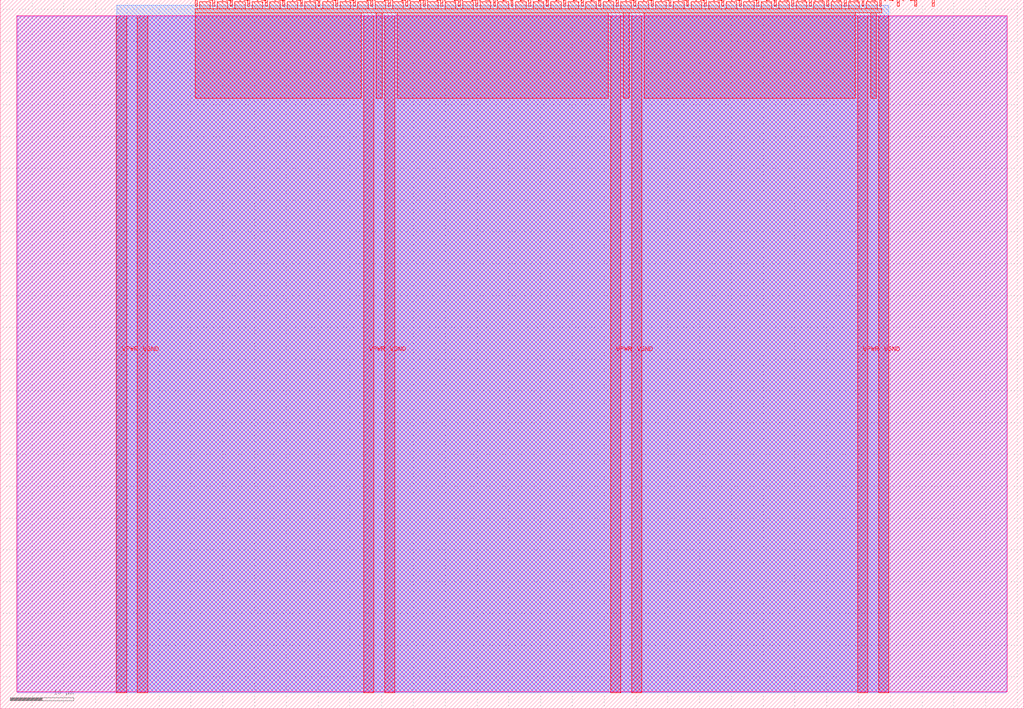
<source format=lef>
VERSION 5.7 ;
  NOWIREEXTENSIONATPIN ON ;
  DIVIDERCHAR "/" ;
  BUSBITCHARS "[]" ;
MACRO tt_um_wokwi_414120320168203265
  CLASS BLOCK ;
  FOREIGN tt_um_wokwi_414120320168203265 ;
  ORIGIN 0.000 0.000 ;
  SIZE 161.000 BY 111.520 ;
  PIN VGND
    DIRECTION INOUT ;
    USE GROUND ;
    PORT
      LAYER met4 ;
        RECT 21.580 2.480 23.180 109.040 ;
    END
    PORT
      LAYER met4 ;
        RECT 60.450 2.480 62.050 109.040 ;
    END
    PORT
      LAYER met4 ;
        RECT 99.320 2.480 100.920 109.040 ;
    END
    PORT
      LAYER met4 ;
        RECT 138.190 2.480 139.790 109.040 ;
    END
  END VGND
  PIN VPWR
    DIRECTION INOUT ;
    USE POWER ;
    PORT
      LAYER met4 ;
        RECT 18.280 2.480 19.880 109.040 ;
    END
    PORT
      LAYER met4 ;
        RECT 57.150 2.480 58.750 109.040 ;
    END
    PORT
      LAYER met4 ;
        RECT 96.020 2.480 97.620 109.040 ;
    END
    PORT
      LAYER met4 ;
        RECT 134.890 2.480 136.490 109.040 ;
    END
  END VPWR
  PIN clk
    DIRECTION INPUT ;
    USE SIGNAL ;
    PORT
      LAYER met4 ;
        RECT 143.830 110.520 144.130 111.520 ;
    END
  END clk
  PIN ena
    DIRECTION INPUT ;
    USE SIGNAL ;
    PORT
      LAYER met4 ;
        RECT 146.590 110.520 146.890 111.520 ;
    END
  END ena
  PIN rst_n
    DIRECTION INPUT ;
    USE SIGNAL ;
    PORT
      LAYER met4 ;
        RECT 141.070 110.520 141.370 111.520 ;
    END
  END rst_n
  PIN ui_in[0]
    DIRECTION INPUT ;
    USE SIGNAL ;
    ANTENNAGATEAREA 0.213000 ;
    PORT
      LAYER met4 ;
        RECT 138.310 110.520 138.610 111.520 ;
    END
  END ui_in[0]
  PIN ui_in[1]
    DIRECTION INPUT ;
    USE SIGNAL ;
    ANTENNAGATEAREA 0.213000 ;
    PORT
      LAYER met4 ;
        RECT 135.550 110.520 135.850 111.520 ;
    END
  END ui_in[1]
  PIN ui_in[2]
    DIRECTION INPUT ;
    USE SIGNAL ;
    ANTENNAGATEAREA 0.159000 ;
    PORT
      LAYER met4 ;
        RECT 132.790 110.520 133.090 111.520 ;
    END
  END ui_in[2]
  PIN ui_in[3]
    DIRECTION INPUT ;
    USE SIGNAL ;
    ANTENNAGATEAREA 0.159000 ;
    PORT
      LAYER met4 ;
        RECT 130.030 110.520 130.330 111.520 ;
    END
  END ui_in[3]
  PIN ui_in[4]
    DIRECTION INPUT ;
    USE SIGNAL ;
    ANTENNAGATEAREA 0.159000 ;
    PORT
      LAYER met4 ;
        RECT 127.270 110.520 127.570 111.520 ;
    END
  END ui_in[4]
  PIN ui_in[5]
    DIRECTION INPUT ;
    USE SIGNAL ;
    ANTENNAGATEAREA 0.159000 ;
    PORT
      LAYER met4 ;
        RECT 124.510 110.520 124.810 111.520 ;
    END
  END ui_in[5]
  PIN ui_in[6]
    DIRECTION INPUT ;
    USE SIGNAL ;
    ANTENNAGATEAREA 0.159000 ;
    PORT
      LAYER met4 ;
        RECT 121.750 110.520 122.050 111.520 ;
    END
  END ui_in[6]
  PIN ui_in[7]
    DIRECTION INPUT ;
    USE SIGNAL ;
    ANTENNAGATEAREA 0.159000 ;
    PORT
      LAYER met4 ;
        RECT 118.990 110.520 119.290 111.520 ;
    END
  END ui_in[7]
  PIN uio_in[0]
    DIRECTION INPUT ;
    USE SIGNAL ;
    PORT
      LAYER met4 ;
        RECT 116.230 110.520 116.530 111.520 ;
    END
  END uio_in[0]
  PIN uio_in[1]
    DIRECTION INPUT ;
    USE SIGNAL ;
    PORT
      LAYER met4 ;
        RECT 113.470 110.520 113.770 111.520 ;
    END
  END uio_in[1]
  PIN uio_in[2]
    DIRECTION INPUT ;
    USE SIGNAL ;
    PORT
      LAYER met4 ;
        RECT 110.710 110.520 111.010 111.520 ;
    END
  END uio_in[2]
  PIN uio_in[3]
    DIRECTION INPUT ;
    USE SIGNAL ;
    PORT
      LAYER met4 ;
        RECT 107.950 110.520 108.250 111.520 ;
    END
  END uio_in[3]
  PIN uio_in[4]
    DIRECTION INPUT ;
    USE SIGNAL ;
    PORT
      LAYER met4 ;
        RECT 105.190 110.520 105.490 111.520 ;
    END
  END uio_in[4]
  PIN uio_in[5]
    DIRECTION INPUT ;
    USE SIGNAL ;
    PORT
      LAYER met4 ;
        RECT 102.430 110.520 102.730 111.520 ;
    END
  END uio_in[5]
  PIN uio_in[6]
    DIRECTION INPUT ;
    USE SIGNAL ;
    PORT
      LAYER met4 ;
        RECT 99.670 110.520 99.970 111.520 ;
    END
  END uio_in[6]
  PIN uio_in[7]
    DIRECTION INPUT ;
    USE SIGNAL ;
    PORT
      LAYER met4 ;
        RECT 96.910 110.520 97.210 111.520 ;
    END
  END uio_in[7]
  PIN uio_oe[0]
    DIRECTION OUTPUT ;
    USE SIGNAL ;
    PORT
      LAYER met4 ;
        RECT 49.990 110.520 50.290 111.520 ;
    END
  END uio_oe[0]
  PIN uio_oe[1]
    DIRECTION OUTPUT ;
    USE SIGNAL ;
    PORT
      LAYER met4 ;
        RECT 47.230 110.520 47.530 111.520 ;
    END
  END uio_oe[1]
  PIN uio_oe[2]
    DIRECTION OUTPUT ;
    USE SIGNAL ;
    PORT
      LAYER met4 ;
        RECT 44.470 110.520 44.770 111.520 ;
    END
  END uio_oe[2]
  PIN uio_oe[3]
    DIRECTION OUTPUT ;
    USE SIGNAL ;
    PORT
      LAYER met4 ;
        RECT 41.710 110.520 42.010 111.520 ;
    END
  END uio_oe[3]
  PIN uio_oe[4]
    DIRECTION OUTPUT ;
    USE SIGNAL ;
    PORT
      LAYER met4 ;
        RECT 38.950 110.520 39.250 111.520 ;
    END
  END uio_oe[4]
  PIN uio_oe[5]
    DIRECTION OUTPUT ;
    USE SIGNAL ;
    PORT
      LAYER met4 ;
        RECT 36.190 110.520 36.490 111.520 ;
    END
  END uio_oe[5]
  PIN uio_oe[6]
    DIRECTION OUTPUT ;
    USE SIGNAL ;
    PORT
      LAYER met4 ;
        RECT 33.430 110.520 33.730 111.520 ;
    END
  END uio_oe[6]
  PIN uio_oe[7]
    DIRECTION OUTPUT ;
    USE SIGNAL ;
    PORT
      LAYER met4 ;
        RECT 30.670 110.520 30.970 111.520 ;
    END
  END uio_oe[7]
  PIN uio_out[0]
    DIRECTION OUTPUT ;
    USE SIGNAL ;
    PORT
      LAYER met4 ;
        RECT 72.070 110.520 72.370 111.520 ;
    END
  END uio_out[0]
  PIN uio_out[1]
    DIRECTION OUTPUT ;
    USE SIGNAL ;
    PORT
      LAYER met4 ;
        RECT 69.310 110.520 69.610 111.520 ;
    END
  END uio_out[1]
  PIN uio_out[2]
    DIRECTION OUTPUT ;
    USE SIGNAL ;
    PORT
      LAYER met4 ;
        RECT 66.550 110.520 66.850 111.520 ;
    END
  END uio_out[2]
  PIN uio_out[3]
    DIRECTION OUTPUT ;
    USE SIGNAL ;
    PORT
      LAYER met4 ;
        RECT 63.790 110.520 64.090 111.520 ;
    END
  END uio_out[3]
  PIN uio_out[4]
    DIRECTION OUTPUT ;
    USE SIGNAL ;
    PORT
      LAYER met4 ;
        RECT 61.030 110.520 61.330 111.520 ;
    END
  END uio_out[4]
  PIN uio_out[5]
    DIRECTION OUTPUT ;
    USE SIGNAL ;
    PORT
      LAYER met4 ;
        RECT 58.270 110.520 58.570 111.520 ;
    END
  END uio_out[5]
  PIN uio_out[6]
    DIRECTION OUTPUT ;
    USE SIGNAL ;
    PORT
      LAYER met4 ;
        RECT 55.510 110.520 55.810 111.520 ;
    END
  END uio_out[6]
  PIN uio_out[7]
    DIRECTION OUTPUT ;
    USE SIGNAL ;
    PORT
      LAYER met4 ;
        RECT 52.750 110.520 53.050 111.520 ;
    END
  END uio_out[7]
  PIN uo_out[0]
    DIRECTION OUTPUT ;
    USE SIGNAL ;
    ANTENNADIFFAREA 0.795200 ;
    PORT
      LAYER met4 ;
        RECT 94.150 110.520 94.450 111.520 ;
    END
  END uo_out[0]
  PIN uo_out[1]
    DIRECTION OUTPUT ;
    USE SIGNAL ;
    ANTENNADIFFAREA 0.795200 ;
    PORT
      LAYER met4 ;
        RECT 91.390 110.520 91.690 111.520 ;
    END
  END uo_out[1]
  PIN uo_out[2]
    DIRECTION OUTPUT ;
    USE SIGNAL ;
    ANTENNADIFFAREA 0.445500 ;
    PORT
      LAYER met4 ;
        RECT 88.630 110.520 88.930 111.520 ;
    END
  END uo_out[2]
  PIN uo_out[3]
    DIRECTION OUTPUT ;
    USE SIGNAL ;
    ANTENNADIFFAREA 0.445500 ;
    PORT
      LAYER met4 ;
        RECT 85.870 110.520 86.170 111.520 ;
    END
  END uo_out[3]
  PIN uo_out[4]
    DIRECTION OUTPUT ;
    USE SIGNAL ;
    ANTENNADIFFAREA 0.445500 ;
    PORT
      LAYER met4 ;
        RECT 83.110 110.520 83.410 111.520 ;
    END
  END uo_out[4]
  PIN uo_out[5]
    DIRECTION OUTPUT ;
    USE SIGNAL ;
    ANTENNADIFFAREA 0.445500 ;
    PORT
      LAYER met4 ;
        RECT 80.350 110.520 80.650 111.520 ;
    END
  END uo_out[5]
  PIN uo_out[6]
    DIRECTION OUTPUT ;
    USE SIGNAL ;
    ANTENNADIFFAREA 0.445500 ;
    PORT
      LAYER met4 ;
        RECT 77.590 110.520 77.890 111.520 ;
    END
  END uo_out[6]
  PIN uo_out[7]
    DIRECTION OUTPUT ;
    USE SIGNAL ;
    ANTENNADIFFAREA 0.445500 ;
    PORT
      LAYER met4 ;
        RECT 74.830 110.520 75.130 111.520 ;
    END
  END uo_out[7]
  OBS
      LAYER nwell ;
        RECT 2.570 2.635 158.430 108.990 ;
      LAYER li1 ;
        RECT 2.760 2.635 158.240 108.885 ;
      LAYER met1 ;
        RECT 2.760 2.480 158.240 109.040 ;
      LAYER met2 ;
        RECT 18.310 2.535 139.760 110.685 ;
      LAYER met3 ;
        RECT 18.290 2.555 139.780 110.665 ;
      LAYER met4 ;
        RECT 31.370 110.120 33.030 111.170 ;
        RECT 34.130 110.120 35.790 111.170 ;
        RECT 36.890 110.120 38.550 111.170 ;
        RECT 39.650 110.120 41.310 111.170 ;
        RECT 42.410 110.120 44.070 111.170 ;
        RECT 45.170 110.120 46.830 111.170 ;
        RECT 47.930 110.120 49.590 111.170 ;
        RECT 50.690 110.120 52.350 111.170 ;
        RECT 53.450 110.120 55.110 111.170 ;
        RECT 56.210 110.120 57.870 111.170 ;
        RECT 58.970 110.120 60.630 111.170 ;
        RECT 61.730 110.120 63.390 111.170 ;
        RECT 64.490 110.120 66.150 111.170 ;
        RECT 67.250 110.120 68.910 111.170 ;
        RECT 70.010 110.120 71.670 111.170 ;
        RECT 72.770 110.120 74.430 111.170 ;
        RECT 75.530 110.120 77.190 111.170 ;
        RECT 78.290 110.120 79.950 111.170 ;
        RECT 81.050 110.120 82.710 111.170 ;
        RECT 83.810 110.120 85.470 111.170 ;
        RECT 86.570 110.120 88.230 111.170 ;
        RECT 89.330 110.120 90.990 111.170 ;
        RECT 92.090 110.120 93.750 111.170 ;
        RECT 94.850 110.120 96.510 111.170 ;
        RECT 97.610 110.120 99.270 111.170 ;
        RECT 100.370 110.120 102.030 111.170 ;
        RECT 103.130 110.120 104.790 111.170 ;
        RECT 105.890 110.120 107.550 111.170 ;
        RECT 108.650 110.120 110.310 111.170 ;
        RECT 111.410 110.120 113.070 111.170 ;
        RECT 114.170 110.120 115.830 111.170 ;
        RECT 116.930 110.120 118.590 111.170 ;
        RECT 119.690 110.120 121.350 111.170 ;
        RECT 122.450 110.120 124.110 111.170 ;
        RECT 125.210 110.120 126.870 111.170 ;
        RECT 127.970 110.120 129.630 111.170 ;
        RECT 130.730 110.120 132.390 111.170 ;
        RECT 133.490 110.120 135.150 111.170 ;
        RECT 136.250 110.120 137.910 111.170 ;
        RECT 30.655 109.440 138.625 110.120 ;
        RECT 30.655 96.055 56.750 109.440 ;
        RECT 59.150 96.055 60.050 109.440 ;
        RECT 62.450 96.055 95.620 109.440 ;
        RECT 98.020 96.055 98.920 109.440 ;
        RECT 101.320 96.055 134.490 109.440 ;
        RECT 136.890 96.055 137.790 109.440 ;
  END
END tt_um_wokwi_414120320168203265
END LIBRARY


</source>
